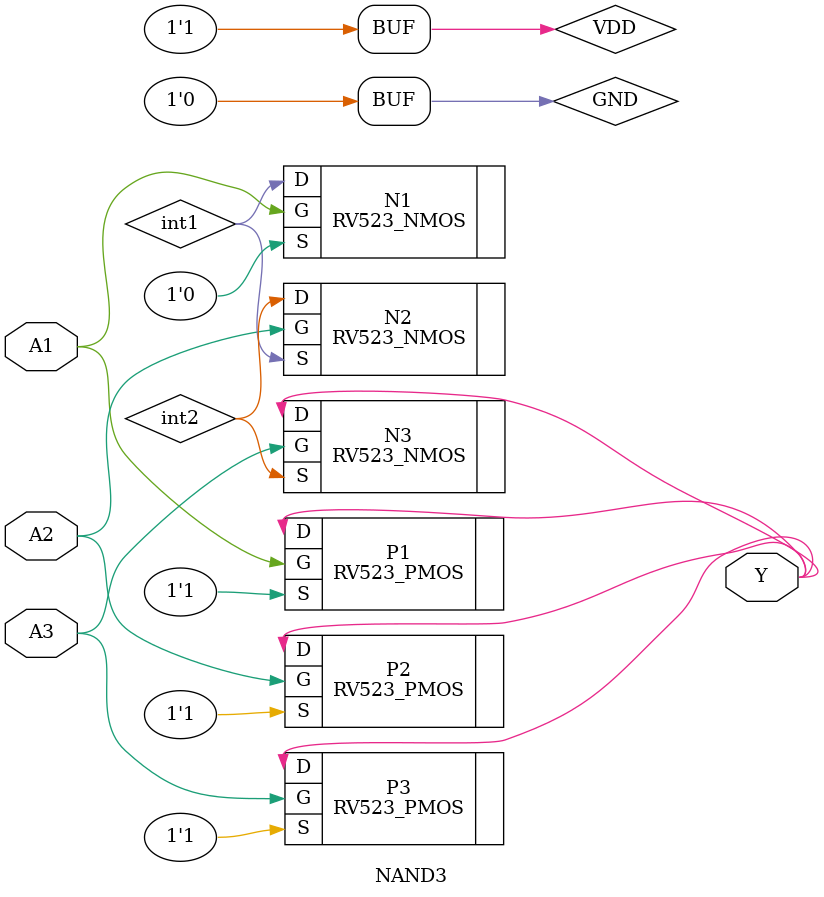
<source format=v>
module NAND3(
    output Y,
    input A1,
    input A2,
    input A3
);
    supply1 VDD;
    supply0 GND;
    wire int1, int2;

    RV523_NMOS N1(
        .S(GND),
        .D(int1),
        .G(A1)
    );
    RV523_NMOS N2(
        .S(int1),
        .D(int2),
        .G(A2)
    );
    RV523_NMOS N3(
        .S(int2),
        .D(Y),
        .G(A3)
    );
    RV523_PMOS P1(
        .S(VDD),
        .D(Y),
        .G(A1)
    );
    RV523_PMOS P2(
        .S(VDD),
        .D(Y),
        .G(A2)
    );
    RV523_PMOS P3(
        .S(VDD),
        .D(Y),
        .G(A3)
    );
endmodule
</source>
